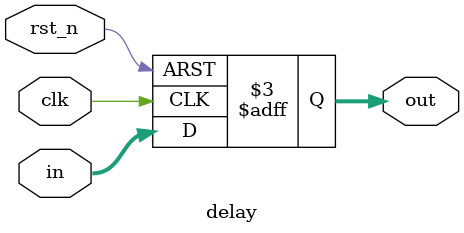
<source format=v>
module delay #(
    parameter WIDTH = 8
)(
    input clk, rst_n,
    input [WIDTH-1:0] in,
    output reg [WIDTH-1:0] out
);

    always @(posedge clk or negedge rst_n) begin
        if (~rst_n) begin
            out <= 1'b0;
        end
        else begin
            out <= in;
        end
    end
endmodule

</source>
